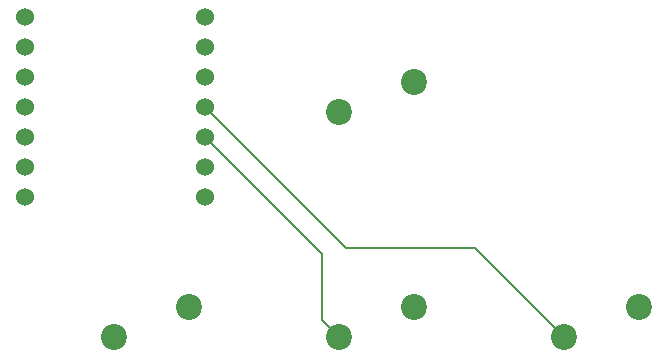
<source format=gbr>
%TF.GenerationSoftware,KiCad,Pcbnew,9.0.2*%
%TF.CreationDate,2025-06-20T14:09:44-04:00*%
%TF.ProjectId,hackpad,6861636b-7061-4642-9e6b-696361645f70,rev?*%
%TF.SameCoordinates,Original*%
%TF.FileFunction,Copper,L2,Bot*%
%TF.FilePolarity,Positive*%
%FSLAX46Y46*%
G04 Gerber Fmt 4.6, Leading zero omitted, Abs format (unit mm)*
G04 Created by KiCad (PCBNEW 9.0.2) date 2025-06-20 14:09:44*
%MOMM*%
%LPD*%
G01*
G04 APERTURE LIST*
%TA.AperFunction,ComponentPad*%
%ADD10C,1.524000*%
%TD*%
%TA.AperFunction,ComponentPad*%
%ADD11C,2.200000*%
%TD*%
%TA.AperFunction,Conductor*%
%ADD12C,0.200000*%
%TD*%
G04 APERTURE END LIST*
D10*
%TO.P,U1,1,GPIO26/ADC0/A0*%
%TO.N,unconnected-(U1-GPIO26{slash}ADC0{slash}A0-Pad1)*%
X129880000Y-67948500D03*
%TO.P,U1,2,GPIO27/ADC1/A1*%
%TO.N,unconnected-(U1-GPIO27{slash}ADC1{slash}A1-Pad2)*%
X129880000Y-70488500D03*
%TO.P,U1,3,GPIO28/ADC2/A2*%
%TO.N,unconnected-(U1-GPIO28{slash}ADC2{slash}A2-Pad3)*%
X129880000Y-73028500D03*
%TO.P,U1,4,GPIO29/ADC3/A3*%
%TO.N,unconnected-(U1-GPIO29{slash}ADC3{slash}A3-Pad4)*%
X129880000Y-75568500D03*
%TO.P,U1,5,GPIO6/SDA*%
%TO.N,Net-(D1-DIN)*%
X129880000Y-78108500D03*
%TO.P,U1,6,GPIO7/SCL*%
%TO.N,unconnected-(U1-GPIO7{slash}SCL-Pad6)*%
X129880000Y-80648500D03*
%TO.P,U1,7,GPIO0/TX*%
%TO.N,unconnected-(U1-GPIO0{slash}TX-Pad7)*%
X129880000Y-83188500D03*
%TO.P,U1,8,GPIO1/RX*%
%TO.N,Net-(U1-GPIO1{slash}RX)*%
X145120000Y-83188500D03*
%TO.P,U1,9,GPIO2/SCK*%
%TO.N,Net-(U1-GPIO2{slash}SCK)*%
X145120000Y-80648500D03*
%TO.P,U1,10,GPIO4/MISO*%
%TO.N,Net-(U1-GPIO4{slash}MISO)*%
X145120000Y-78108500D03*
%TO.P,U1,11,GPIO3/MOSI*%
%TO.N,Net-(U1-GPIO3{slash}MOSI)*%
X145120000Y-75568500D03*
%TO.P,U1,12,3V3*%
%TO.N,unconnected-(U1-3V3-Pad12)*%
X145120000Y-73028500D03*
%TO.P,U1,13,GND*%
%TO.N,GND*%
X145120000Y-70488500D03*
%TO.P,U1,14,VBUS*%
%TO.N,+5V*%
X145120000Y-67948500D03*
%TD*%
D11*
%TO.P,SW4,1,1*%
%TO.N,GND*%
X181890000Y-92530000D03*
%TO.P,SW4,2,2*%
%TO.N,Net-(U1-GPIO3{slash}MOSI)*%
X175540000Y-95070000D03*
%TD*%
%TO.P,SW3,1,1*%
%TO.N,GND*%
X162839400Y-92532200D03*
%TO.P,SW3,2,2*%
%TO.N,Net-(U1-GPIO4{slash}MISO)*%
X156489400Y-95072200D03*
%TD*%
%TO.P,SW1,1,1*%
%TO.N,GND*%
X162830000Y-73480000D03*
%TO.P,SW1,2,2*%
%TO.N,Net-(U1-GPIO1{slash}RX)*%
X156480000Y-76020000D03*
%TD*%
%TO.P,SW2,1,1*%
%TO.N,GND*%
X143780000Y-92530000D03*
%TO.P,SW2,2,2*%
%TO.N,Net-(U1-GPIO2{slash}SCK)*%
X137430000Y-95070000D03*
%TD*%
D12*
%TO.N,Net-(U1-GPIO4{slash}MISO)*%
X155000000Y-93582800D02*
X155000000Y-87988500D01*
X155000000Y-87988500D02*
X145120000Y-78108500D01*
X156489400Y-95072200D02*
X155000000Y-93582800D01*
%TO.N,Net-(U1-GPIO3{slash}MOSI)*%
X157051500Y-87500000D02*
X167970000Y-87500000D01*
X145120000Y-75568500D02*
X157051500Y-87500000D01*
X167970000Y-87500000D02*
X175540000Y-95070000D01*
%TD*%
M02*

</source>
